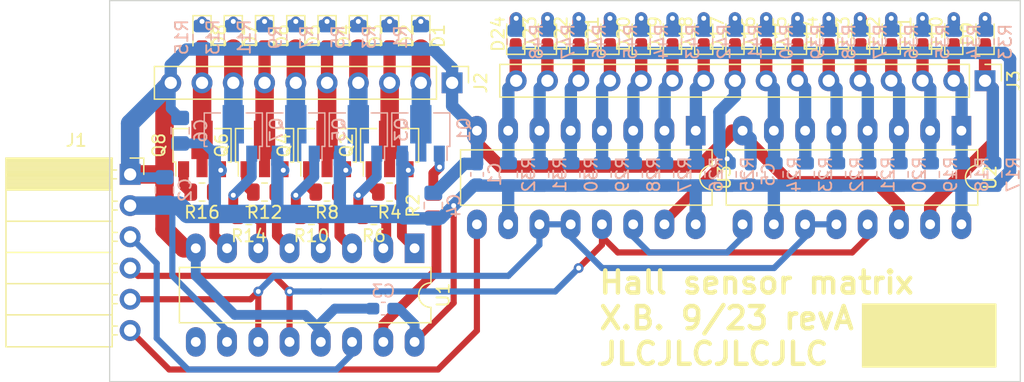
<source format=kicad_pcb>
(kicad_pcb (version 20221018) (generator pcbnew)
  (layers (0 "F.Cu" signal) (31 "B.Cu" signal) (34 "B.Paste" user) (35 "F.Paste" user) (36 "B.SilkS" user "B.Silkscreen") (37 "F.SilkS" user "F.Silkscreen") (38 "B.Mask" user) (39 "F.Mask" user) (44 "Edge.Cuts" user))
  (net 0 "")
  (net 1 "+5V")
  (net 2 "GND")
  (net 3 "Net-(D1-K)")
  (net 4 "/C0")
  (net 5 "Net-(D2-K)")
  (net 6 "/C1")
  (net 7 "Net-(D3-K)")
  (net 8 "/C2")
  (net 9 "Net-(D4-K)")
  (net 10 "/C3")
  (net 11 "Net-(D5-K)")
  (net 12 "/C4")
  (net 13 "Net-(D6-K)")
  (net 14 "/C5")
  (net 15 "Net-(D7-K)")
  (net 16 "/C6")
  (net 17 "Net-(D8-K)")
  (net 18 "/C7")
  (net 19 "/Dout")
  (net 20 "/Din")
  (net 21 "/Latch")
  (net 22 "/CLK")
  (net 23 "/R0")
  (net 24 "/R1")
  (net 25 "/R2")
  (net 26 "/R3")
  (net 27 "/R4")
  (net 28 "/R5")
  (net 29 "/R6")
  (net 30 "/R7")
  (net 31 "/R8")
  (net 32 "/R9")
  (net 33 "/R10")
  (net 34 "/R11")
  (net 35 "/R12")
  (net 36 "/R13")
  (net 37 "/R14")
  (net 38 "/R15")
  (net 39 "/Din_o")
  (net 40 "/d_C0")
  (net 41 "Net-(Q1-G)")
  (net 42 "/d_C1")
  (net 43 "Net-(Q2-G)")
  (net 44 "/d_C2")
  (net 45 "Net-(Q3-G)")
  (net 46 "/d_C3")
  (net 47 "Net-(Q4-G)")
  (net 48 "/d_C4")
  (net 49 "Net-(Q5-G)")
  (net 50 "/d_C5")
  (net 51 "Net-(Q6-G)")
  (net 52 "/d_C6")
  (net 53 "Net-(Q7-G)")
  (net 54 "/d_C7")
  (net 55 "Net-(Q8-G)")
  (net 56 "/Dout_1")
  (net 57 "Net-(D9-A)")
  (net 58 "Net-(D10-A)")
  (net 59 "Net-(D11-A)")
  (net 60 "Net-(D12-A)")
  (net 61 "Net-(D13-A)")
  (net 62 "Net-(D14-A)")
  (net 63 "Net-(D15-A)")
  (net 64 "Net-(D16-A)")
  (net 65 "Net-(D17-A)")
  (net 66 "Net-(D18-A)")
  (net 67 "Net-(D19-A)")
  (net 68 "Net-(D20-A)")
  (net 69 "Net-(D21-A)")
  (net 70 "Net-(D22-A)")
  (net 71 "Net-(D23-A)")
  (net 72 "Net-(D24-A)")
  (footprint "LED_SMD:LED_0603_1608Metric_Pad1.05x0.95mm_HandSolder" (layer "F.Cu") (at 91.088 88.6595 -90)
    (fp_text reference "D4")
    (fp_text value "LED")
  )
  (footprint "LED_SMD:LED_0603_1608Metric_Pad1.05x0.95mm_HandSolder" (layer "F.Cu") (at 119.155 88.49 90)
    (fp_text reference "D19")
    (fp_text value "LED")
  )
  (footprint "LED_SMD:LED_0603_1608Metric_Pad1.05x0.95mm_HandSolder" (layer "F.Cu") (at 96.168 88.6595 -90)
    (fp_text reference "D2")
    (fp_text value "LED")
  )
  (footprint "LED_SMD:LED_0603_1608Metric_Pad1.05x0.95mm_HandSolder" (layer "F.Cu") (at 80.928 88.6595 -90)
    (fp_text reference "D8")
    (fp_text value "LED")
  )
  (footprint "Package_DIP:DIP-16_W7.62mm_LongPads" (layer "F.Cu") (at 98.2 105.9315 -90)
    (fp_text reference "U1")
    (fp_text value "74LS595")
  )
  (footprint "LED_SMD:LED_0603_1608Metric_Pad1.05x0.95mm_HandSolder" (layer "F.Cu") (at 83.468 88.6595 -90)
    (fp_text reference "D7")
    (fp_text value "LED")
  )
  (footprint "LED_SMD:LED_0603_1608Metric_Pad1.05x0.95mm_HandSolder" (layer "F.Cu") (at 129.315 88.49 90)
    (fp_text reference "D15")
    (fp_text value "LED")
  )
  (footprint "Resistor_SMD:R_0805_2012Metric" (layer "F.Cu") (at 89.818 103.2645 180)
    (fp_text reference "R10")
    (fp_text value "100")
  )
  (footprint "LED_SMD:LED_0603_1608Metric_Pad1.05x0.95mm_HandSolder" (layer "F.Cu") (at 108.995 88.49 90)
    (fp_text reference "D23")
    (fp_text value "LED")
  )
  (footprint "LED_SMD:LED_0603_1608Metric_Pad1.05x0.95mm_HandSolder" (layer "F.Cu") (at 111.535 88.49 90)
    (fp_text reference "D22")
    (fp_text value "LED")
  )
  (footprint "LED_SMD:LED_0603_1608Metric_Pad1.05x0.95mm_HandSolder" (layer "F.Cu") (at 116.615 88.49 90)
    (fp_text reference "D20")
    (fp_text value "LED")
  )
  (footprint "LED_SMD:LED_0603_1608Metric_Pad1.05x0.95mm_HandSolder" (layer "F.Cu") (at 131.855 88.49 90)
    (fp_text reference "D14")
    (fp_text value "LED")
  )
  (footprint "Package_TO_SOT_SMD:SOT-89-3" (layer "F.Cu") (at 86.008 97.5495 90)
    (fp_text reference "Q6")
    (fp_text value "VP3203")
  )
  (footprint "Package_TO_SOT_SMD:SOT-89-3" (layer "F.Cu") (at 80.928 97.5495 90)
    (fp_text reference "Q8")
    (fp_text value "VP3203")
  )
  (footprint "LED_SMD:LED_0603_1608Metric_Pad1.05x0.95mm_HandSolder" (layer "F.Cu") (at 139.475 88.49 90)
    (fp_text reference "D11")
    (fp_text value "LED")
  )
  (footprint "Resistor_SMD:R_0805_2012Metric" (layer "F.Cu") (at 96.168 101.3595 180)
    (fp_text reference "R4")
    (fp_text value "100")
  )
  (footprint "LED_SMD:LED_0603_1608Metric_Pad1.05x0.95mm_HandSolder" (layer "F.Cu") (at 114.075 88.49 90)
    (fp_text reference "D21")
    (fp_text value "LED")
  )
  (footprint "Resistor_SMD:R_0805_2012Metric" (layer "F.Cu") (at 99.724 102.46 90)
    (fp_text reference "R2")
    (fp_text value "100")
  )
  (footprint "Connector_PinHeader_2.54mm:PinHeader_1x16_P2.54mm_Vertical" (layer "F.Cu") (at 144.555 92.3 -90)
    (fp_text reference "J3")
    (fp_text value "ROW")
  )
  (footprint "LED_SMD:LED_0603_1608Metric_Pad1.05x0.95mm_HandSolder" (layer "F.Cu") (at 98.708 88.6595 -90)
    (fp_text reference "D1")
    (fp_text value "LED")
  )
  (footprint "Package_DIP:DIP-16_W7.62mm_LongPads" (layer "F.Cu") (at 121.045 96.364 -90)
    (fp_text reference "U3")
    (fp_text value "74LS597")
  )
  (footprint "Resistor_SMD:R_0805_2012Metric" (layer "F.Cu") (at 94.898 103.2645 180)
    (fp_text reference "R6")
    (fp_text value "100")
  )
  (footprint "LED_SMD:LED_0603_1608Metric_Pad1.05x0.95mm_HandSolder" (layer "F.Cu") (at 86.008 88.6595 -90)
    (fp_text reference "D6")
    (fp_text value "LED")
  )
  (footprint "Package_TO_SOT_SMD:SOT-89-3" (layer "F.Cu") (at 96.168 97.5495 90)
    (fp_text reference "Q2")
    (fp_text value "VP3203")
  )
  (footprint "Package_DIP:DIP-16_W7.62mm_LongPads" (layer "F.Cu") (at 142.635 96.364 -90)
    (fp_text reference "U2")
    (fp_text value "74LS597")
  )
  (footprint "Resistor_SMD:R_0805_2012Metric" (layer "F.Cu") (at 91.088 101.3595 180)
    (fp_text reference "R8")
    (fp_text value "100")
  )
  (footprint "LED_SMD:LED_0603_1608Metric_Pad1.05x0.95mm_HandSolder" (layer "F.Cu") (at 126.775 88.49 90)
    (fp_text reference "D16")
    (fp_text value "LED")
  )
  (footprint "LED_SMD:LED_0603_1608Metric_Pad1.05x0.95mm_HandSolder" (layer "F.Cu") (at 121.695 88.49 90)
    (fp_text reference "D18")
    (fp_text value "LED")
  )
  (footprint "Connector_PinSocket_2.54mm:PinSocket_1x06_P2.54mm_Horizontal" (layer "F.Cu") (at 75.086 99.92)
    (fp_text reference "J1")
    (fp_text value "CTRL")
  )
  (footprint "LED_SMD:LED_0603_1608Metric_Pad1.05x0.95mm_HandSolder" (layer "F.Cu") (at 106.42 88.49 90)
    (fp_text reference "D24")
    (fp_text value "LED")
  )
  (footprint "LED_SMD:LED_0603_1608Metric_Pad1.05x0.95mm_HandSolder" (layer "F.Cu") (at 93.628 88.6595 -90)
    (fp_text reference "D3")
    (fp_text value "LED")
  )
  (footprint "LED_SMD:LED_0603_1608Metric_Pad1.05x0.95mm_HandSolder" (layer "F.Cu") (at 134.445 88.49 90)
    (fp_text reference "D13")
    (fp_text value "LED")
  )
  (footprint "Resistor_SMD:R_0805_2012Metric" (layer "F.Cu") (at 86.008 101.3595 180)
    (fp_text reference "R12")
    (fp_text value "100")
  )
  (footprint "LED_SMD:LED_0603_1608Metric_Pad1.05x0.95mm_HandSolder" (layer "F.Cu") (at 88.548 88.6595 -90)
    (fp_text reference "D5")
    (fp_text value "LED")
  )
  (footprint "Connector_PinHeader_2.54mm:PinHeader_1x10_P2.54mm_Vertical" (layer "F.Cu") (at 101.248 92.4695 -90)
    (fp_text reference "J2")
    (fp_text value "COL")
  )
  (footprint "LED_SMD:LED_0603_1608Metric_Pad1.05x0.95mm_HandSolder" (layer "F.Cu") (at 144.555 88.49 90)
    (fp_text reference "D9")
    (fp_text value "LED")
  )
  (footprint "Resistor_SMD:R_0805_2012Metric" (layer "F.Cu") (at 80.928 101.3595 180)
    (fp_text reference "R16")
    (fp_text value "100")
  )
  (footprint "LED_SMD:LED_0603_1608Metric_Pad1.05x0.95mm_HandSolder" (layer "F.Cu") (at 142.015 88.49 90)
    (fp_text reference "D10")
    (fp_text value "LED")
  )
  (footprint "LED_SMD:LED_0603_1608Metric_Pad1.05x0.95mm_HandSolder" (layer "F.Cu") (at 124.235 88.49 90)
    (fp_text reference "D17")
    (fp_text value "LED")
  )
  (footprint "LED_SMD:LED_0603_1608Metric_Pad1.05x0.95mm_HandSolder" (layer "F.Cu") (at 136.935 88.49 90)
    (fp_text reference "D12")
    (fp_text value "LED")
  )
  (footprint "Package_TO_SOT_SMD:SOT-89-3" (layer "F.Cu") (at 91.088 97.5495 90)
    (fp_text reference "Q4")
    (fp_text value "VP3203")
  )
  (footprint "Resistor_SMD:R_0805_2012Metric" (layer "F.Cu") (at 84.738 103.2645 180)
    (fp_text reference "R14")
    (fp_text value "100")
  )
  (footprint "Capacitor_SMD:C_0603_1608Metric_Pad1.08x0.95mm_HandSolder" (layer "B.Cu") (at 103.28 99.92 90)
    (fp_text reference "C1")
    (fp_text value "100n")
  )
  (footprint "Resistor_SMD:R_0805_2012Metric" (layer "B.Cu") (at 137.57 99.92 90)
    (fp_text reference "R20")
    (fp_text value "10k")
  )
  (footprint "Resistor_SMD:R_0805_2012Metric" (layer "B.Cu") (at 119.155 89.125 90)
    (fp_text reference "R43")
    (fp_text value "470")
  )
  (footprint "Resistor_SMD:R_0805_2012Metric" (layer "B.Cu") (at 86.008 88.76 -90)
    (fp_text reference "R11")
    (fp_text value "470")
  )
  (footprint "Resistor_SMD:R_0805_2012Metric" (layer "B.Cu") (at 129.315 89.125 90)
    (fp_text reference "R39")
    (fp_text value "470")
  )
  (footprint "Resistor_SMD:R_0805_2012Metric" (layer "B.Cu") (at 111.57 89.125 90)
    (fp_text reference "R46")
    (fp_text value "470")
  )
  (footprint "Capacitor_SMD:C_0805_2012Metric_Pad1.18x1.45mm_HandSolder" (layer "B.Cu") (at 77.88 101.19 90)
    (fp_text reference "C2")
    (fp_text value "10u")
  )
  (footprint "Resistor_SMD:R_0805_2012Metric" (layer "B.Cu") (at 113.44 99.92 90)
    (fp_text reference "R29")
    (fp_text value "10k")
  )
  (footprint "Resistor_SMD:R_0805_2012Metric" (layer "B.Cu") (at 96.168 88.76 -90)
    (fp_text reference "R3")
    (fp_text value "470")
  )
  (footprint "Resistor_SMD:R_0805_2012Metric" (layer "B.Cu") (at 106.455 89.125 90)
    (fp_text reference "R48")
    (fp_text value "470")
  )
  (footprint "Resistor_SMD:R_0805_2012Metric" (layer "B.Cu") (at 91.088 88.76 -90)
    (fp_text reference "R7")
    (fp_text value "470")
  )
  (footprint "Resistor_SMD:R_0805_2012Metric" (layer "B.Cu") (at 121.695 89.125 90)
    (fp_text reference "R42")
    (fp_text value "470")
  )
  (footprint "Resistor_SMD:R_0805_2012Metric" (layer "B.Cu") (at 144.555 89.125 90)
    (fp_text reference "R33")
    (fp_text value "470")
  )
  (footprint "Resistor_SMD:R_0805_2012Metric" (layer "B.Cu") (at 142.65 99.92 90)
    (fp_text reference "R18")
    (fp_text value "10k")
  )
  (footprint "Resistor_SMD:R_0805_2012Metric" (layer "B.Cu") (at 127.41 99.92 90)
    (fp_text reference "R24")
    (fp_text value "10k")
  )
  (footprint "Resistor_SMD:R_0805_2012Metric" (layer "B.Cu") (at 126.775 89.125 90)
    (fp_text reference "R40")
    (fp_text value "470")
  )
  (footprint "Resistor_SMD:R_0805_2012Metric" (layer "B.Cu") (at 134.395 89.125 90)
    (fp_text reference "R37")
    (fp_text value "470")
  )
  (footprint "Resistor_SMD:R_0805_2012Metric" (layer "B.Cu") (at 132.49 99.92 90)
    (fp_text reference "R22")
    (fp_text value "10k")
  )
  (footprint "Capacitor_SMD:C_0603_1608Metric_Pad1.08x0.95mm_HandSolder" (layer "B.Cu") (at 125.505 99.92 90)
    (fp_text reference "C5")
    (fp_text value "100n")
  )
  (footprint "Resistor_SMD:R_0805_2012Metric" (layer "B.Cu") (at 123.6 99.92 90)
    (fp_text reference "R25")
    (fp_text value "10k")
  )
  (footprint "Resistor_SMD:R_0805_2012Metric" (layer "B.Cu") (at 105.82 99.92 90)
    (fp_text reference "R32")
    (fp_text value "10k")
  )
  (footprint "Resistor_SMD:R_0805_2012Metric" (layer "B.Cu") (at 129.95 99.92 90)
    (fp_text reference "R23")
    (fp_text value "10k")
  )
  (footprint "Resistor_SMD:R_0805_2012Metric" (layer "B.Cu") (at 114.11 89.125 90)
    (fp_text reference "R45")
    (fp_text value "470")
  )
  (footprint "Resistor_SMD:R_0805_2012Metric" (layer "B.Cu") (at 142.015 89.125 90)
    (fp_text reference "R34")
    (fp_text value "470")
  )
  (footprint "Package_TO_SOT_SMD:SOT-89-3" (layer "B.Cu") (at 98.708 96.2795 90)
    (fp_text reference "Q1")
    (fp_text value "VP3203")
  )
  (footprint "Resistor_SMD:R_0805_2012Metric" (layer "B.Cu") (at 140.11 99.92 90)
    (fp_text reference "R19")
    (fp_text value "10k")
  )
  (footprint "Package_TO_SOT_SMD:SOT-89-3" (layer "B.Cu") (at 93.628 96.2795 90)
    (fp_text reference "Q3")
    (fp_text value "VP3203")
  )
  (footprint "Resistor_SMD:R_0805_2012Metric" (layer "B.Cu") (at 118.52 99.92 90)
    (fp_text reference "R27")
    (fp_text value "10k")
  )
  (footprint "Resistor_SMD:R_0805_2012Metric" (layer "B.Cu") (at 108.36 99.92 90)
    (fp_text reference "R31")
    (fp_text value "10k")
  )
  (footprint "Capacitor_SMD:C_0805_2012Metric_Pad1.18x1.45mm_HandSolder" (layer "B.Cu") (at 99.724 102.46 90)
    (fp_text reference "C4")
    (fp_text value "10u")
  )
  (footprint "Resistor_SMD:R_0805_2012Metric" (layer "B.Cu") (at 109.03 89.125 90)
    (fp_text reference "R47")
    (fp_text value "470")
  )
  (footprint "Resistor_SMD:R_0805_2012Metric" (layer "B.Cu") (at 145.19 99.92 90)
    (fp_text reference "R17")
    (fp_text value "10k")
  )
  (footprint "Resistor_SMD:R_0805_2012Metric" (layer "B.Cu") (at 83.468 88.76 -90)
    (fp_text reference "R13")
    (fp_text value "470")
  )
  (footprint "Resistor_SMD:R_0805_2012Metric" (layer "B.Cu") (at 131.855 89.125 90)
    (fp_text reference "R38")
    (fp_text value "470")
  )
  (footprint "Resistor_SMD:R_0805_2012Metric" (layer "B.Cu") (at 98.708 88.76 -90)
    (fp_text reference "R1")
    (fp_text value "470")
  )
  (footprint "Package_TO_SOT_SMD:SOT-89-3" (layer "B.Cu") (at 83.468 96.2795 90)
    (fp_text reference "Q7")
    (fp_text value "VP3203")
  )
  (footprint "Resistor_SMD:R_0805_2012Metric" (layer "B.Cu") (at 116.615 89.125 90)
    (fp_text reference "R44")
    (fp_text value "470")
  )
  (footprint "Resistor_SMD:R_0805_2012Metric" (layer "B.Cu") (at 110.9 99.92 90)
    (fp_text reference "R30")
    (fp_text value "10k")
  )
  (footprint "Resistor_SMD:R_0805_2012Metric" (layer "B.Cu") (at 121.06 99.92 90)
    (fp_text reference "R26")
    (fp_text value "10k")
  )
  (footprint "Resistor_SMD:R_0805_2012Metric" (layer "B.Cu") (at 93.628 88.76 -90)
    (fp_text reference "R5")
    (fp_text value "470")
  )
  (footprint "Resistor_SMD:R_0805_2012Metric" (layer "B.Cu") (at 124.235 89.125 90)
    (fp_text reference "R41")
    (fp_text value "470")
  )
  (footprint "Capacitor_SMD:C_0805_2012Metric_Pad1.18x1.45mm_HandSolder" (layer "B.Cu") (at 79.15 96.364 90)
    (fp_text reference "C6")
    (fp_text value "10u")
  )
  (footprint "Package_TO_SOT_SMD:SOT-89-3" (layer "B.Cu") (at 88.548 96.2795 90)
    (fp_text reference "Q5")
    (fp_text value "VP3203")
  )
  (footprint "Capacitor_SMD:C_0603_1608Metric_Pad1.08x0.95mm_HandSolder" (layer "B.Cu") (at 95.66 110.842 180)
    (fp_text reference "C3")
    (fp_text value "100n")
  )
  (footprint "Resistor_SMD:R_0805_2012Metric" (layer "B.Cu") (at 139.475 89.125 90)
    (fp_text reference "R35")
    (fp_text value "470")
  )
  (footprint "Resistor_SMD:R_0805_2012Metric" (layer "B.Cu") (at 135.03 99.92 90)
    (fp_text reference "R21")
    (fp_text value "10k")
  )
  (footprint "Resistor_SMD:R_0805_2012Metric" (layer "B.Cu") (at 136.935 89.125 90)
    (fp_text reference "R36")
    (fp_text value "470")
  )
  (footprint "Resistor_SMD:R_0805_2012Metric" (layer "B.Cu") (at 88.548 88.76 -90)
    (fp_text reference "R9")
    (fp_text value "470")
  )
  (footprint "Resistor_SMD:R_0805_2012Metric" (layer "B.Cu") (at 80.928 88.76 -90)
    (fp_text reference "R15")
    (fp_text value "470")
  )
  (footprint "Resistor_SMD:R_0805_2012Metric" (layer "B.Cu") (at 115.98 99.92 90)
    (fp_text reference "R28")
    (fp_text value "10k")
  )
  (gr_rect (start 134.62 110.49) (end 145.415 115.57) (stroke (width 0.15)) (fill solid) (layer "F.SilkS"))
  (gr_line (start 73.42 85.78) (end 147.42 85.78) (stroke (width 0.1)) (layer "Edge.Cuts"))
  (gr_line (start 147.42 116.78) (end 73.42 116.78) (stroke (width 0.1)) (layer "Edge.Cuts"))
  (gr_line (start 73.42 116.78) (end 73.42 85.78) (stroke (width 0.1)) (layer "Edge.Cuts"))
  (gr_line (start 147.42 85.78) (end 147.42 116.78) (stroke (width 0.1)) (layer "Edge.Cuts"))
  (gr_text "Hall sensor matrix\nX.B. 9/23 revA\nJLCJLCJLCJLC" (at 113.03 115.57) (layer "F.SilkS") (effects (font (size 1.8 1.8) (thickness 0.36) bold) (justify left bottom)))
  (segment (start 101.375 102.46) (end 101.375 110.3765) (width 0.5) (layer "F.Cu") (net 1))
  (segment (start 101.375 110.3765) (end 98.2 113.5515) (width 0.5) (layer "F.Cu") (net 1))
  (via (at 92.612 99.5815) (size 0.8) (drill 0.4) (layers "F.Cu" "B.Cu") (net 1))
  (via (at 97.692 99.5815) (size 0.8) (drill 0.4) (layers "F.Cu" "B.Cu") (net 1))
  (via (at 87.532 99.5815) (size 0.8) (drill 0.4) (layers "F.Cu" "B.Cu") (net 1))
  (via (at 82.452 99.5815) (size 0.8) (drill 0.4) (layers "F.Cu" "B.Cu") (net 1))
  (via (at 101.375 102.46) (size 0.8) (drill 0.4) (layers "F.Cu" "B.Cu") (net 1))
  (segment (start 144.555 90.0375) (end 146.1025 90.0375) (width 1) (layer "B.Cu") (net 1))
  (segment (start 97.29 103.4975) (end 96.93 103.1375) (width 1) (layer "B.Cu") (net 1))
  (segment (start 105.82 100.8325) (end 142.65 100.8325) (width 1) (layer "B.Cu") (net 1))
  (segment (start 100.3375 103.4975) (end 101.375 102.46) (width 1) (layer "B.Cu") (net 1))
  (segment (start 127.395 103.984) (end 127.395 100.8475) (width 1) (layer "B.Cu") (net 1))
  (segment (start 87.048 98.2295) (end 87.048 103.1135) (width 1) (layer "B.Cu") (net 1))
  (segment (start 82.96 113.5515) (end 82.96 112.62) (width 0.5) (layer "B.Cu") (net 1))
  (segment (start 99.724 103.4975) (end 97.29 103.4975) (width 1) (layer "B.Cu") (net 1))
  (segment (start 121.045 100.8475) (end 121.06 100.8325) (width 1) (layer "B.Cu") (net 1))
  (segment (start 92.128 98.2295) (end 92.128 102.9075) (width 1) (layer "B.Cu") (net 1))
  (segment (start 78.515 108.175) (end 78.515 102.46) (width 0.5) (layer "B.Cu") (net 1))
  (segment (start 79.15 97.4015) (end 81.14 97.4015) (width 0.8) (layer "B.Cu") (net 1))
  (segment (start 146.59 90.525) (end 146.59 99.663503) (width 1) (layer "B.Cu") (net 1))
  (segment (start 146.1025 90.0375) (end 146.59 90.525) (width 1) (layer "B.Cu") (net 1))
  (segment (start 92.358 103.1375) (end 96.93 103.1375) (width 1.5) (layer "B.Cu") (net 1))
  (segment (start 97.208 98.2295) (end 97.208 99.0975) (width 1) (layer "B.Cu") (net 1))
  (segment (start 92.128 102.9075) (end 92.358 103.1375) (width 1) (layer "B.Cu") (net 1))
  (segment (start 87.048 98.2295) (end 87.048 99.0975) (width 1) (layer "B.Cu") (net 1))
  (segment (start 75.086 102.46) (end 78.515 102.46) (width 1.5) (layer "B.Cu") (net 1))
  (segment (start 96.93 110.842) (end 98.2 112.112) (width 0.8) (layer "B.Cu") (net 1))
  (segment (start 142.635 100.8475) (end 142.65 100.8325) (width 1) (layer "B.Cu") (net 1))
  (segment (start 81.968 99.0975) (end 82.452 99.5815) (width 1) (layer "B.Cu") (net 1))
  (segment (start 81.944 103.1375) (end 87.024 103.1375) (width 1.5) (layer "B.Cu") (net 1))
  (segment (start 144.555 90.0375) (end 106.455 90.0375) (width 1) (layer "B.Cu") (net 1))
  (segment (start 97.208 102.8595) (end 96.93 103.1375) (width 1) (layer "B.Cu") (net 1))
  (segment (start 79.065 102.46) (end 79.7425 103.1375) (width 1.5) (layer "B.Cu") (net 1))
  (segment (start 79.7425 103.1375) (end 81.944 103.1375) (width 1.5) (layer "B.Cu") (net 1))
  (segment (start 97.208 99.0975) (end 97.692 99.5815) (width 1) (layer "B.Cu") (net 1))
  (segment (start 105.805 100.8475) (end 105.82 100.8325) (width 1) (layer "B.Cu") (net 1))
  (segment (start 81.968 98.2295) (end 81.968 99.0975) (width 1) (layer "B.Cu") (net 1))
  (segment (start 98.2 112.112) (end 98.2 113.5515) (width 0.8) (layer "B.Cu") (net 1))
  (segment (start 105.805 103.984) (end 105.805 100.8475) (width 1) (layer "B.Cu") (net 1))
  (segment (start 97.208 98.2295) (end 97.208 102.8595) (width 1) (layer "B.Cu") (net 1))
  (segment (start 81.968 98.2295) (end 81.968 103.1135) (width 1) (layer "B.Cu") (net 1))
  (segment (start 78.515 102.46) (end 79.065 102.46) (width 1.5) (layer "B.Cu") (net 1))
  (segment (start 145.421003 100.8325) (end 145.19 100.8325) (width 1) (layer "B.Cu") (net 1))
  (segment (start 87.048 99.0975) (end 87.532 99.5815) (width 1) (layer "B.Cu") (net 1))
  (segment (start 92.128 99.0975) (end 92.612 99.5815) (width 1) (layer "B.Cu") (net 1))
  (segment (start 99.724 103.4975) (end 100.3375 103.4975) (width 1) (layer "B.Cu") (net 1))
  (segment (start 103.0525 100.7825) (end 103.28 100.7825) (width 1) (layer "B.Cu") (net 1))
  (segment (start 82.96 112.62) (end 78.515 108.175) (width 0.5) (layer "B.Cu") (net 1))
  (segment (start 142.65 100.8325) (end 145.19 100.8325) (width 1) (layer "B.Cu") (net 1))
  (segment (start 101.375 102.46) (end 103.0525 100.7825) (width 1) (layer "B.Cu") (net 1))
  (segment (start 142.635 103.984) (end 142.635 100.8475) (width 1) (layer "B.Cu") (net 1))
  (segment (start 103.33 100.8325) (end 103.28 100.7825) (width 1) (layer "B.Cu") (net 1))
  (segment (start 87.024 103.1375) (end 92.358 103.1375) (width 1.5) (layer "B.Cu") (net 1))
  (segment (start 127.395 100.8475) (end 127.41 100.8325) (width 1) (layer "B.Cu") (net 1))
  (segment (start 105.82 100.8325) (end 103.33 100.8325) (width 1) (layer "B.Cu") (net 1))
  (segment (start 146.59 99.663503) (end 145.421003 100.8325) (width 1) (layer "B.Cu") (net 1))
  (segment (start 81.14 97.4015) (end 81.968 98.2295) (width 0.8) (layer "B.Cu") (net 1))
  (segment (start 121.045 103.984) (end 121.045 100.8475) (width 1) (layer "B.Cu") (net 1))
  (segment (start 92.128 98.2295) (end 92.128 99.0975) (width 1) (layer "B.Cu") (net 1))
  (segment (start 96.6975 110.842) (end 96.93 110.842) (width 0.8) (layer "B.Cu") (net 1))
  (segment (start 81.968 103.1135) (end 81.944 103.1375) (width 1) (layer "B.Cu") (net 1))
  (segment (start 87.048 103.1135) (end 87.024 103.1375) (width 1) (layer "B.Cu") (net 1))
  (segment (start 124.855 96.73) (end 128.68 100.555) (width 1) (layer "F.Cu") (net 2))
  (segment (start 123.981 96.364) (end 123.981 96.613) (width 1) (layer "F.Cu") (net 2))
  (segment (start 121.309 99.285) (end 105.185 99.285) (width 1) (layer "F.Cu") (net 2))
  (segment (start 124.855 96.364) (end 124.855 96.73) (width 1) (layer "F.Cu") (net 2))
  (segment (start 77.88 92.9775) (end 78.388 92.4695) (width 1.5) (layer "F.Cu") (net 2))
  (segment (start 80.42 105.9315) (end 79.4465 105.9315) (width 1.5) (layer "F.Cu") (net 2))
  (segment (start 77.88 104.365) (end 77.88 99.92) (width 1.5) (layer "F.Cu") (net 2))
  (segment (start 137.555 102.445) (end 137.555 103.984) (width 1) (layer "F.Cu") (net 2))
  (segment (start 103.265 97.365) (end 103.265 96.364) (width 1) (layer "F.Cu") (net 2))
  (segment (start 135.665 100.555) (end 137.555 102.445) (width 1) (layer "F.Cu") (net 2))
  (segment (start 79.4465 105.9315) (end 77.88 104.365) (width 1.5) (layer "F.Cu") (net 2))
  (segment (start 128.68 100.555) (end 135.665 100.555) (width 1) (layer "F.Cu") (net 2))
  (segment (start 105.185 99.285) (end 103.265 97.365) (width 1) (layer "F.Cu") (net 2))
  (segment (start 124.855 96.364) (end 123.981 96.364) (width 1) (layer "F.Cu") (net 2))
  (segment (start 77.88 99.92) (end 77.88 92.9775) (width 1.5) (layer "F.Cu") (net 2))
  (segment (start 75.086 99.92) (end 77.88 99.92) (width 1.5) (layer "F.Cu") (net 2))
  (segment (start 123.981 96.613) (end 121.309 99.285) (width 1) (layer "F.Cu") (net 2))
  (segment (start 103.28 96.379) (end 103.265 96.364) (width 1) (layer "B.Cu") (net 2))
  (segment (start 101.248 92.4695) (end 101.248 94.347) (width 1) (layer "B.Cu") (net 2))
  (segment (start 90.58 113.5515) (end 90.58 112.62) (width 0.8) (layer "B.Cu") (net 2))
  (segment (start 75.3185 100.1525) (end 75.086 99.92) (width 0.8) (layer "B.Cu") (net 2))
  (segment (start 78.388 91.03) (end 78.388 92.4695) (width 1) (layer "B.Cu") (net 2))
  (segment (start 75.086 95.7715) (end 78.388 92.4695) (width 1.5) (layer "B.Cu") (net 2))
  (segment (start 78.388 92.4695) (end 78.388 94.5645) (width 0.8) (layer "B.Cu") (net 2))
  (segment (start 79.658 89.76) (end 78.388 91.03) (width 1) (layer "B.Cu") (net 2))
  (segment (start 125.505 99.0575) (end 125.505 97.014) (width 1) (layer "B.Cu") (net 2))
  (segment (start 78.388 94.5645) (end 79.15 95.3265) (width 0.8) (layer "B.Cu") (net 2))
  (segment (start 98.708 89.76) (end 80.928 89.76) (width 1) (layer "B.Cu") (net 2))
  (segment (start 99.8725 101.4225) (end 102.2375 99.0575) (width 1) (layer "B.Cu") (net 2))
  (segment (start 103.28 99.0575) (end 103.28 96.379) (width 1) (layer "B.Cu") (net 2))
  (segment (start 80.928 89.76) (end 79.658 89.76) (width 1) (layer "B.Cu") (net 2))
  (segment (start 99.724 89.76) (end 101.248 91.284) (width 1) (layer "B.Cu") (net 2))
  (segment (start 91.723 110.842) (end 90.2625 112.3025) (width 0.8) (layer "B.Cu") (net 2))
  (segment (start 83.595 111.35) (end 80.42 108.175) (width 0.8) (layer "B.Cu") (net 2))
  (segment (start 101.248 91.284) (end 101.248 92.4695) (width 1) (layer "B.Cu") (net 2))
  (segment (start 101.248 94.347) (end 103.265 96.364) (width 1) (layer "B.Cu") (net 2))
  (segment (start 90.2625 112.3025) (end 89.31 111.35) (width 0.8) (layer "B.Cu") (net 2))
  (segment (start 80.42 108.175) (end 80.42 105.9315) (width 0.8) (layer "B.Cu") (net 2))
  (segment (start 102.2375 99.0575) (end 103.28 99.0575) (width 1) (layer "B.Cu") (net 2))
  (segment (start 98.708 89.76) (end 99.724 89.76) (width 1) (layer "B.Cu") (net 2))
  (segment (start 94.7975 110.842) (end 91.723 110.842) (width 0.8) (layer "B.Cu") (net 2))
  (segment (start 77.88 100.1525) (end 75.3185 100.1525) (width 0.8) (layer "B.Cu") (net 2))
  (segment (start 99.724 101.4225) (end 99.8725 101.4225) (width 1) (layer "B.Cu") (net 2))
  (segment (start 90.58 112.62) (end 90.2625 112.3025) (width 0.8) (layer "B.Cu") (net 2))
  (segment (start 89.31 111.35) (end 83.595 111.35) (width 0.8) (layer "B.Cu") (net 2))
  (segment (start 125.505 97.014) (end 124.855 96.364) (width 1) (layer "B.Cu") (net 2))
  (segment (start 75.086 99.92) (end 75.086 95.7715) (width 1.5) (layer "B.Cu") (net 2))
  (via (at 98.708 87.474) (size 0.8) (drill 0.4) (layers "F.Cu" "B.Cu") (net 3))
  (segment (start 98.713 89.6895) (end 98.708 89.6845) (width 1.5) (layer "F.Cu") (net 4))
  (segment (start 98.713 92.4695) (end 98.713 89.6895) (width 1.5) (layer "F.Cu") (net 4))
  (segment (start 98.713 92.4695) (end 98.713 94.2425) (width 1.5) (layer "B.Cu") (net 4))
  (via (at 96.168 87.474) (size 0.8) (drill 0.4) (layers "F.Cu" "B.Cu") (net 5))
  (segment (start 96.168 92.4645) (end 96.173 92.4695) (width 1) (layer "F.Cu") (net 6))
  (segment (start 96.173 92.4695) (end 96.173 95.5125) (width 1.5) (layer "F.Cu") (net 6))
  (segment (start 96.168 89.6845) (end 96.168 92.4645) (width 1) (layer "F.Cu") (net 6))
  (via (at 93.628 87.474) (size 0.8) (drill 0.4) (layers "F.Cu" "B.Cu") (net 7))
  (segment (start 93.633 92.4695) (end 93.633 89.6895) (width 1.5) (layer "F.Cu") (net 8))
  (segment (start 93.633 89.6895) (end 93.628 89.6845) (width 1.5) (layer "F.Cu") (net 8))
  (segment (start 93.633 92.4695) (end 93.633 94.2425) (width 1.5) (layer "B.Cu") (net 8))
  (via (at 91.088 87.474) (size 0.8) (drill 0.4) (layers "F.Cu" "B.Cu") (net 9))
  (segment (start 91.088 89.6845) (end 91.088 92.4645) (width 1) (layer "F.Cu") (net 10))
  (segment (start 91.088 92.4645) (end 91.093 92.4695) (width 1) (layer "F.Cu") (net 10))
  (segment (start 91.093 92.4695) (end 91.093 95.5125) (width 1.5) (layer "F.Cu") (net 10))
  (via (at 88.548 87.474) (size 0.8) (drill 0.4) (layers "F.Cu" "B.Cu") (net 11))
  (segment (start 88.553 92.4695) (end 88.553 89.6895) (width 1.5) (layer "F.Cu") (net 12))
  (segment (start 88.553 89.6895) (end 88.548 89.6845) (width 1.5) (layer "F.Cu") (net 12))
  (segment (start 88.553 92.4695) (end 88.553 94.2425) (width 1.5) (layer "B.Cu") (net 12))
  (via (at 86.008 87.474) (size 0.8) (drill 0.4) (layers "F.Cu" "B.Cu") (net 13))
  (segment (start 86.013 92.4695) (end 86.013 95.5125) (width 1.5) (layer "F.Cu") (net 14))
  (segment (start 86.008 92.4645) (end 86.013 92.4695) (width 1) (layer "F.Cu") (net 14))
  (segment (start 86.008 89.6845) (end 86.008 92.4645) (width 1) (layer "F.Cu") (net 14))
  (via (at 83.468 87.474) (size 0.8) (drill 0.4) (layers "F.Cu" "B.Cu") (net 15))
  (segment (start 83.473 92.4695) (end 83.473 89.6895) (width 1.5) (layer "F.Cu") (net 16))
  (segment (start 83.473 89.6895) (end 83.468 89.6845) (width 1.5) (layer "F.Cu") (net 16))
  (segment (start 83.473 92.4695) (end 83.473 94.2425) (width 1.5) (layer "B.Cu") (net 16))
  (via (at 80.928 87.474) (size 0.8) (drill 0.4) (layers "F.Cu" "B.Cu") (net 17))
  (segment (start 80.928 92.4645) (end 80.933 92.4695) (width 1) (layer "F.Cu") (net 18))
  (segment (start 80.928 89.6845) (end 80.928 92.4645) (width 1) (layer "F.Cu") (net 18))
  (segment (start 80.933 92.4695) (end 80.933 95.5125) (width 1.5) (layer "F.Cu") (net 18))
  (segment (start 103.265 103.984) (end 103.265 112.635) (width 0.5) (layer "F.Cu") (net 19))
  (segment (start 103.265 112.635) (end 100.105 115.795) (width 0.5) (layer "F.Cu") (net 19))
  (segment (start 75.086 112.62) (end 78.261 115.795) (width 0.5) (layer "F.Cu") (net 19))
  (segment (start 78.261 115.795) (end 100.105 115.795) (width 0.5) (layer "F.Cu") (net 19))
  (segment (start 77.245 107.159) (end 77.245 113.255) (width 0.5) (layer "B.Cu") (net 20))
  (segment (start 79.785 115.795) (end 91.85 115.795) (width 0.5) (layer "B.Cu") (net 20))
  (segment (start 93.12 114.525) (end 93.12 113.5515) (width 0.5) (layer "B.Cu") (net 20))
  (segment (start 91.85 115.795) (end 93.12 114.525) (width 0.5) (layer "B.Cu") (net 20))
  (segment (start 77.245 113.255) (end 79.785 115.795) (width 0.5) (layer "B.Cu") (net 20))
  (segment (start 75.086 105) (end 77.245 107.159) (width 0.5) (layer "B.Cu") (net 20))
  (segment (start 133.76 106.27) (end 114.71 106.27) (width 0.5) (layer "F.Cu") (net 21))
  (segment (start 113.425 105.65) (end 111.535 107.54) (width 0.5) (layer "F.Cu") (net 21))
  (segment (start 135.015 103.984) (end 135.015 105.015) (width 0.5) (layer "F.Cu") (net 21))
  (segment (start 86.77 108.175) (end 88.04 109.445) (width 0.5) (layer "F.Cu") (net 21))
  (segment (start 135.015 105.015) (end 133.76 106.27) (width 0.5) (layer "F.Cu") (net 21))
  (segment (start 113.425 103.984) (end 113.425 105.65) (width 0.5) (layer "F.Cu") (net 21))
  (segment (start 75.721 108.175) (end 86.77 108.175) (width 0.5) (layer "F.Cu") (net 21))
  (segment (start 113.425 104.985) (end 113.425 103.984) (width 0.5) (layer "F.Cu") (net 21))
  (segment (start 75.086 107.54) (end 75.721 108.175) (width 0.5) (layer "F.Cu") (net 21))
  (segment (start 114.71 106.27) (end 113.425 104.985) (width 0.5) (layer "F.Cu") (net 21))
  (segment (start 88.04 109.445) (end 88.04 113.5515) (width 0.5) (layer "F.Cu") (net 21))
  (via (at 111.535 107.54) (size 0.8) (drill 0.4) (layers "F.Cu" "B.Cu") (net 21))
  (via (at 88.04 109.445) (size 0.8) (drill 0.4) (layers "F.Cu" "B.Cu") (net 21))
  (segment (start 90.58 109.445) (end 109.63 109.445) (width 0.5) (layer "B.Cu") (net 21))
  (segment (start 90.58 109.445) (end 88.04 109.445) (width 0.5) (layer "B.Cu") (net 21))
  (segment (start 109.63 109.445) (end 111.535 107.54) (width 0.5) (layer "B.Cu") (net 21))
  (segment (start 84.865 110.08) (end 85.5 109.445) (width 0.5) (layer "F.Cu") (net 22))
  (segment (start 75.086 110.08) (end 84.865 110.08) (width 0.5) (layer "F.Cu") (net 22))
  (segment (start 85.5 109.445) (end 85.5 113.5515) (width 0.5) (layer "F.Cu") (net 22))
  (via (at 85.5 109.445) (size 0.8) (drill 0.4) (layers "F.Cu" "B.Cu") (net 22))
  (segment (start 108.345 105.65) (end 108.345 103.984) (width 0.5) (layer "B.Cu") (net 22))
  (segment (start 129.935 103.984) (end 132.475 103.984) (width 0.5) (layer "B.Cu") (net 22))
  (segment (start 105.82 108.175) (end 108.345 105.65) (width 0.5) (layer "B.Cu") (net 22))
  (segment (start 108.345 103.984) (end 110.885 103.984) (width 0.5) (layer "B.Cu") (net 22))
  (segment (start 85.5 109.445) (end 86.77 108.175) (width 0.5) (layer "B.Cu") (net 22))
  (segment (start 110.885 104.985) (end 113.44 107.54) (width 0.5) (layer "B.Cu") (net 22))
  (segment (start 110.885 103.984) (end 110.885 104.985) (width 0.5) (layer "B.Cu") (net 22))
  (segment (start 113.44 107.54) (end 127.41 107.54) (width 0.5) (layer "B.Cu") (net 22))
  (segment (start 86.77 108.175) (end 105.82 108.175) (width 0.5) (layer "B.Cu") (net 22))
  (segment (start 127.41 107.54) (end 129.935 105.015) (width 0.5) (layer "B.Cu") (net 22))
  (segment (start 129.935 105.015) (end 129.935 103.984) (width 0.5) (layer "B.Cu") (net 22))
  (segment (start 145.19 97.38) (end 145.19 92.935) (width 1) (layer "F.Cu") (net 23))
  (segment (start 140.095 102.475) (end 145.19 97.38) (width 1) (layer "F.Cu") (net 23))
  (segment (start 144.555 92.3) (end 144.555 89.365) (width 1) (layer "F.Cu") (net 23))
  (segment (start 140.095 103.984) (end 140.095 102.475) (width 1) (layer "F.Cu") (net 23))
  (segment (start 145.19 92.935) (end 144.555 92.3) (width 1) (layer "F.Cu") (net 23))
  (segment (start 145.19 99.0075) (end 145.19 92.935) (width 1) (layer "B.Cu") (net 23))
  (segment (start 145.19 92.935) (end 144.555 92.3) (width 1) (layer "B.Cu") (net 23))
  (segment (start 142.015 89.365) (end 142.015 92.3) (width 1) (layer "F.Cu") (net 24))
  (segment (start 142.65 99.0075) (end 142.65 92.935) (width 1) (layer "B.Cu") (net 24))
  (segment (start 142.65 92.935) (end 142.015 92.3) (width 1) (layer "B.Cu") (net 24))
  (segment (start 139.475 89.365) (end 139.475 91.665) (width 1) (layer "F.Cu") (net 25))
  (segment (start 140.11 99.0075) (end 140.11 92.935) (width 1) (layer "B.Cu") (net 25))
  (segment (start 140.11 92.935) (end 139.475 92.3) (width 1) (layer "B.Cu") (net 25))
  (segment (start 136.935 92.3) (end 136.935 89.365) (width 1) (layer "F.Cu") (net 26))
  (segment (start 137.57 92.935) (end 136.935 92.3) (width 1) (layer "B.Cu") (net 26))
  (segment (start 137.57 99.0075) (end 137.57 92.935) (width 1) (layer "B.Cu") (net 26))
  (segment (start 134.445 92.25) (end 134.395 92.3) (width 1) (layer "F.Cu") (net 27))
  (segment (start 134.445 89.365) (end 134.445 92.25) (width 1) (layer "F.Cu") (net 27))
  (segment (start 135.03 92.935) (end 134.395 92.3) (width 1) (layer "B.Cu") (net 27))
  (segment (start 135.03 99.0075) (end 135.03 92.935) (width 1) (layer "B.Cu") (net 27))
  (segment (start 131.855 89.365) (end 131.855 92.3) (width 1) (layer "F.Cu") (net 28))
  (segment (start 132.49 92.935) (end 131.855 92.3) (width 1) (layer "B.Cu") (net 28))
  (segment (start 132.49 99.0075) (end 132.49 92.935) (width 1) (layer "B.Cu") (net 28))
  (segment (start 129.315 92.3) (end 129.315 89.365) (width 1) (layer "F.Cu") (net 29))
  (segment (start 129.935 92.92) (end 129.315 92.3) (width 1) (layer "B.Cu") (net 29))
  (segment (start 129.935 96.364) (end 129.935 92.92) (width 1) (layer "B.Cu") (net 29))
  (segment (start 129.95 99.0075) (end 129.95 96.379) (width 1) (layer "B.Cu") (net 29))
  (segment (start 129.95 96.379) (end 129.935 96.364) (width 1) (layer "B.Cu") (net 29))
  (segment (start 126.775 89.365) (end 126.775 92.3) (width 1) (layer "F.Cu") (net 30))
  (segment (start 127.41 96.379) (end 127.395 96.364) (width 1) (layer "B.Cu") (net 30))
  (segment (start 127.41 99.0075) (end 127.41 96.379) (width 1) (layer "B.Cu") (net 30))
  (segment (start 127.395 96.364) (end 127.395 92.92) (width 1) (layer "B.Cu") (net 30))
  (segment (start 127.395 92.92) (end 126.775 92.3) (width 1) (layer "B.Cu") (net 30))
  (segment (start 118.505 103.745) (end 123.6 98.65) (width 0.8) (layer "F.Cu") (net 31))
  (segment (start 124.235 92.3) (end 124.235 89.365) (width 1) (layer "F.Cu") (net 31))
  (segment (start 118.505 103.984) (end 118.505 103.745) (width 0.8) (layer "F.Cu") (net 31))
  (via (at 123.6 98.65) (size 0.8) (drill 0.4) (layers "F.Cu" "B.Cu") (net 31))
  (segment (start 122.965 94.84) (end 124.235 93.57) (width 1) (layer "B.Cu") (net 31))
  (segment (start 123.6 98.65) (end 122.965 98.015) (width 1) (layer "B.Cu") (net 31))
  (segment (start 122.965 98.015) (end 122.965 94.84) (width 1) (layer "B.Cu") (net 31))
  (segment (start 124.235 93.57) (end 124.235 92.3) (width 1) (layer "B.Cu") (net 31))
  (segment (start 121.695 89.365) (end 121.695 92.3) (width 1) (layer "F.Cu") (net 32))
  (segment (start 121.06 92.935) (end 121.695 92.3) (width 1) (layer "B.Cu") (net 32))
  (segment (start 121.06 99.0075) (end 121.06 92.935) (width 1) (layer "B.Cu") (net 32))
  (segment (start 119.155 92.3) (end 119.155 89.365) (width 1) (layer "F.Cu") (net 33))
  (segment (start 118.52 92.935) (end 119.155 92.3) (width 1) (layer "B.Cu") (net 33))
  (segment (start 118.52 99.0075) (end 118.52 92.935) (width 1) (layer "B.Cu") (net 33))
  (segment (start 116.615 89.365) (end 116.615 92.3) (width 1) (layer "F.Cu") (net 34))
  (segment (start 115.98 99.0075) (end 115.98 92.935) (width 1) (layer "B.Cu") (net 34))
  (segment (start 115.98 92.935) (end 116.615 92.3) (width 1) (layer "B.Cu") (net 34))
  (segment (start 114.075 89.365) (end 114.075 92.3) (width 1) (layer "F.Cu") (net 35))
  (segment (start 113.44 92.935) (end 114.075 92.3) (width 1) (layer "B.Cu") (net 35))
  (segment (start 113.44 99.0075) (end 113.44 92.935) (width 1) (layer "B.Cu") (net 35))
  (segment (start 111.535 89.365) (end 111.535 92.3) (width 1) (layer "F.Cu") (net 36))
  (segment (start 110.9 92.935) (end 111.535 92.3) (width 1) (layer "B.Cu") (net 36))
  (segment (start 110.9 99.0075) (end 110.9 92.935) (width 1) (layer "B.Cu") (net 36))
  (segment (start 108.995 89.365) (end 108.995 92.3) (width 1) (layer "F.Cu") (net 37))
  (segment (start 108.36 92.935) (end 108.995 92.3) (width 1) (layer "B.Cu") (net 37))
  (segment (start 108.36 99.0075) (end 108.36 92.935) (width 1) (layer "B.Cu") (net 37))
  (segment (start 106.42 92.265) (end 106.455 92.3) (width 1) (layer "F.Cu") (net 38))
  (segment (start 106.42 89.365) (end 106.42 92.265) (width 1) (layer "F.Cu") (net 38))
  (segment (start 105.82 92.935) (end 106.455 92.3) (width 1) (layer "B.Cu") (net 38))
  (segment (start 105.82 99.0075) (end 105.82 92.935) (width 1) (layer "B.Cu") (net 38))
  (segment (start 95.66 112.112) (end 99.978 107.794) (width 0.8) (layer "F.Cu") (net 40))
  (segment (start 95.66 113.5515) (end 95.66 112.112) (width 0.8) (layer "F.Cu") (net 40))
  (segment (start 99.978 103.714) (end 99.724 103.46) (width 0.8) (layer "F.Cu") (net 40))
  (segment (start 99.978 107.794) (end 99.978 103.714) (width 0.8) (layer "F.Cu") (net 40))
  (segment (start 99.724 99.8355) (end 100.232 99.3275) (width 0.8) (layer "F.Cu") (net 41))
  (segment (start 99.724 101.46) (end 99.724 99.8355) (width 0.8) (layer "F.Cu") (net 41))
  (via (at 100.232 99.3275) (size 0.8) (drill 0.4) (layers "F.Cu" "B.Cu") (net 41))
  (segment (start 100.232 99.3275) (end 100.232 98.2535) (width 0.8) (layer "B.Cu") (net 41))
  (segment (start 100.232 98.2535) (end 100.208 98.2295) (width 0.8) (layer "B.Cu") (net 41))
  (segment (start 97.168 104.8995) (end 98.2 105.9315) (width 0.8) (layer "F.Cu") (net 42))
  (segment (start 97.168 101.3595) (end 97.168 104.8995) (width 0.8) (layer "F.Cu") (net 42))
  (segment (start 94.668 100.8595) (end 95.168 101.3595) (width 0.8) (layer "F.Cu") (net 43))
  (segment (start 94.668 99.4995) (end 94.668 100.8595) (width 0.8) (layer "F.Cu") (net 43))
  (segment (start 95.898 103.2645) (end 95.898 105.6935) (width 0.8) (layer "F.Cu") (net 44))
  (segment (start 95.898 105.6935) (end 95.66 105.9315) (width 0.8) (layer "F.Cu") (net 44))
  (segment (start 93.628 101.6135) (end 93.628 102.9945) (width 0.8) (layer "F.Cu") (net 45))
  (segment (start 93.628 102.9945) (end 93.898 103.2645) (width 0.8) (layer "F.Cu") (net 45))
  (via (at 93.628 101.6135) (size 0.8) (drill 0.4) (layers "F.Cu" "B.Cu") (net 45))
  (segment (start 95.128 98.2295) (end 95.128 100.1135) (width 0.8) (layer "B.Cu") (net 45))
  (segment (start 95.128 100.1135) (end 93.628 101.6135) (width 0.8) (layer "B.Cu") (net 45))
  (segment (start 92.088 104.8995) (end 93.12 105.9315) (width 0.8) (layer "F.Cu") (net 46))
  (segment (start 92.088 101.3595) (end 92.088 104.8995) (width 0.8) (layer "F.Cu") (net 46))
  (segment (start 89.588 99.4995) (end 89.588 100.8595) (width 0.8) (layer "F.Cu") (net 47))
  (segment (start 89.588 100.8595) (end 90.088 101.3595) (width 0.8) (layer "F.Cu") (net 47))
  (segment (start 90.818 103.2645) (end 90.818 105.6935) (width 0.8) (layer "F.Cu") (net 48))
  (segment (start 90.818 105.6935) (end 90.58 105.9315) (width 0.8) (layer "F.Cu") (net 48))
  (segment (start 88.548 101.6135) (end 88.548 102.9945) (width 0.8) (layer "F.Cu") (net 49))
  (segment (start 88.548 102.9945) (end 88.818 103.2645) (width 0.8) (layer "F.Cu") (net 49))
  (via (at 88.548 101.6135) (size 0.8) (drill 0.4) (layers "F.Cu" "B.Cu") (net 49))
  (segment (start 90.048 98.2295) (end 90.048 100.1135) (width 0.8) (layer "B.Cu") (net 49))
  (segment (start 88.548 101.6135) (end 90.048 100.1135) (width 0.8) (layer "B.Cu") (net 49))
  (segment (start 87.008 104.8995) (end 88.04 105.9315) (width 0.8) (layer "F.Cu") (net 50))
  (segment (start 87.008 101.3595) (end 87.008 104.8995) (width 0.8) (layer "F.Cu") (net 50))
  (segment (start 84.508 100.8595) (end 85.008 101.3595) (width 0.8) (layer "F.Cu") (net 51))
  (segment (start 84.508 99.4995) (end 84.508 100.8595) (width 0.8) (layer "F.Cu") (net 51))
  (segment (start 85.738 103.2645) (end 85.738 105.6935) (width 0.8) (layer "F.Cu") (net 52))
  (segment (start 85.738 105.6935) (end 85.5 105.9315) (width 0.8) (layer "F.Cu") (net 52))
  (segment (start 83.738 103.1535) (end 83.468 102.8835) (width 0.8) (layer "F.Cu") (net 53))
  (segment (start 83.468 102.8835) (end 83.468 101.6135) (width 0.8) (layer "F.Cu") (net 53))
  (segment (start 83.738 103.2645) (end 83.738 103.1535) (width 0.8) (layer "F.Cu") (net 53))
  (via (at 83.468 101.6135) (size 0.8) (drill 0.4) (layers "F.Cu" "B.Cu") (net 53))
  (segment (start 84.968 98.2295) (end 84.968 100.1135) (width 0.8) (layer "B.Cu") (net 53))
  (segment (start 84.968 100.1135) (end 83.468 101.6135) (width 0.8) (layer "B.Cu") (net 53))
  (segment (start 81.928 101.3595) (end 81.928 104.8995) (width 0.8) (layer "F.Cu") (net 54))
  (segment (start 81.928 104.8995) (end 82.96 105.9315) (width 0.8) (layer "F.Cu") (net 54))
  (segment (start 79.428 100.8595) (end 79.928 101.3595) (width 0.8) (layer "F.Cu") (net 55))
  (segment (start 79.428 99.4995) (end 79.428 100.8595) (width 0.8) (layer "F.Cu") (net 55))
  (segment (start 117.25 106.27) (end 115.965 104.985) (width 0.5) (layer "B.Cu") (net 56))
  (segment (start 115.965 104.985) (end 115.965 103.984) (width 0.5) (layer "B.Cu") (net 56))
  (segment (start 124.855 105.015) (end 123.6 106.27) (width 0.5) (layer "B.Cu") (net 56))
  (segment (start 123.6 106.27) (end 117.25 106.27) (width 0.5) (layer "B.Cu") (net 56))
  (segment (start 124.855 103.984) (end 124.855 105.015) (width 0.5) (layer "B.Cu") (net 56))
  (segment (start 144.555 87.615) (end 144.555 87.22) (width 1) (layer "F.Cu") (net 57))
  (via (at 144.555 87.22) (size 0.8) (drill 0.4) (layers "F.Cu" "B.Cu") (net 57))
  (segment (start 144.555 88.2125) (end 144.555 87.22) (width 1) (layer "B.Cu") (net 57))
  (segment (start 142.015 87.615) (end 142.015 87.22) (width 1) (layer "F.Cu") (net 58))
  (via (at 142.015 87.22) (size 0.8) (drill 0.4) (layers "F.Cu" "B.Cu") (net 58))
  (segment (start 142.015 88.2125) (end 142.015 87.22) (width 1) (layer "B.Cu") (net 58))
  (via (at 139.475 87.22) (size 0.8) (drill 0.4) (layers "F.Cu" "B.Cu") (net 59))
  (segment (start 139.475 88.2125) (end 139.475 87.22) (width 1) (layer "B.Cu") (net 59))
  (segment (start 136.935 87.615) (end 136.935 87.22) (width 1) (layer "F.Cu") (net 60))
  (via (at 136.935 87.22) (size 0.8) (drill 0.4) (layers "F.Cu" "B.Cu") (net 60))
  (segment (start 136.935 88.2125) (end 136.935 87.22) (width 1) (layer "B.Cu") (net 60))
  (segment (start 134.445 87.615) (end 134.445 87.27) (width 1) (layer "F.Cu") (net 61))
  (segment (start 134.445 87.27) (end 134.395 87.22) (width 1) (layer "F.Cu") (net 61))
  (via (at 134.395 87.22) (size 0.8) (drill 0.4) (layers "F.Cu" "B.Cu") (net 61))
  (segment (start 134.395 88.2125) (end 134.395 87.22) (width 1) (layer "B.Cu") (net 61))
  (segment (start 131.855 87.615) (end 131.855 87.22) (width 1) (layer "F.Cu") (net 62))
  (via (at 131.855 87.22) (size 0.8) (drill 0.4) (layers "F.Cu" "B.Cu") (net 62))
  (segment (start 131.855 88.2125) (end 131.855 87.22) (width 1) (layer "B.Cu") (net 62))
  (segment (start 129.315 87.615) (end 129.315 87.22) (width 1) (layer "F.Cu") (net 63))
  (via (at 129.315 87.22) (size 0.8) (drill 0.4) (layers "F.Cu" "B.Cu") (net 63))
  (segment (start 129.315 88.2125) (end 129.315 87.22) (width 1) (layer "B.Cu") (net 63))
  (segment (start 126.775 87.615) (end 126.775 87.22) (width 1) (layer "F.Cu") (net 64))
  (via (at 126.775 87.22) (size 0.8) (drill 0.4) (layers "F.Cu" "B.Cu") (net 64))
  (segment (start 126.775 88.2125) (end 126.775 87.22) (width 1) (layer "B.Cu") (net 64))
  (segment (start 124.235 87.615) (end 124.235 87.22) (width 1) (layer "F.Cu") (net 65))
  (via (at 124.235 87.22) (size 0.8) (drill 0.4) (layers "F.Cu" "B.Cu") (net 65))
  (segment (start 124.235 88.2125) (end 124.235 87.22) (width 1) (layer "B.Cu") (net 65))
  (segment (start 121.695 87.615) (end 121.695 87.22) (width 1) (layer "F.Cu") (net 66))
  (via (at 121.695 87.22) (size 0.8) (drill 0.4) (layers "F.Cu" "B.Cu") (net 66))
  (segment (start 121.695 88.2125) (end 121.695 87.22) (width 1) (layer "B.Cu") (net 66))
  (via (at 119.155 87.22) (size 0.8) (drill 0.4) (layers "F.Cu" "B.Cu") (net 67))
  (segment (start 119.155 88.2125) (end 119.155 87.22) (width 1) (layer "B.Cu") (net 67))
  (segment (start 116.615 87.615) (end 116.615 87.22) (width 1) (layer "F.Cu") (net 68))
  (via (at 116.615 87.22) (size 0.8) (drill 0.4) (layers "F.Cu" "B.Cu") (net 68))
  (segment (start 116.615 88.2125) (end 116.615 87.22) (width 1) (layer "B.Cu") (net 68))
  (segment (start 114.075 87.615) (end 114.075 87.22) (width 1) (layer "F.Cu") (net 69))
  (via (at 114.075 87.22) (size 0.8) (drill 0.4) (layers "F.Cu" "B.Cu") (net 69))
  (segment (start 114.11 87.255) (end 114.075 87.22) (width 1) (layer "B.Cu") (net 69))
  (segment (start 114.11 88.2125) (end 114.11 87.255) (width 1) (layer "B.Cu") (net 69))
  (segment (start 111.535 87.615) (end 111.535 87.22) (width 1) (layer "F.Cu") (net 70))
  (via (at 111.535 87.22) (size 0.8) (drill 0.4) (layers "F.Cu" "B.Cu") (net 70))
  (segment (start 111.57 87.255) (end 111.535 87.22) (width 1) (layer "B.Cu") (net 70))
  (segment (start 111.57 88.2125) (end 111.57 87.255) (width 1) (layer "B.Cu") (net 70))
  (segment (start 108.995 87.615) (end 108.995 87.22) (width 1) (layer "F.Cu") (net 71))
  (via (at 108.995 87.22) (size 0.8) (drill 0.4) (layers "F.Cu" "B.Cu") (net 71))
  (segment (start 109.03 88.2125) (end 109.03 87.255) (width 1) (layer "B.Cu") (net 71))
  (segment (start 109.03 87.255) (end 108.995 87.22) (width 1) (layer "B.Cu") (net 71))
  (segment (start 106.42 87.615) (end 106.42 87.255) (width 1) (layer "F.Cu") (net 72))
  (segment (start 106.42 87.255) (end 106.455 87.22) (width 1) (layer "F.Cu") (net 72))
  (via (at 106.455 87.22) (size 0.8) (drill 0.4) (layers "F.Cu" "B.Cu") (net 72))
  (segment (start 106.455 88.2125) (end 106.455 87.22) (width 1) (layer "B.Cu") (net 72))
)
</source>
